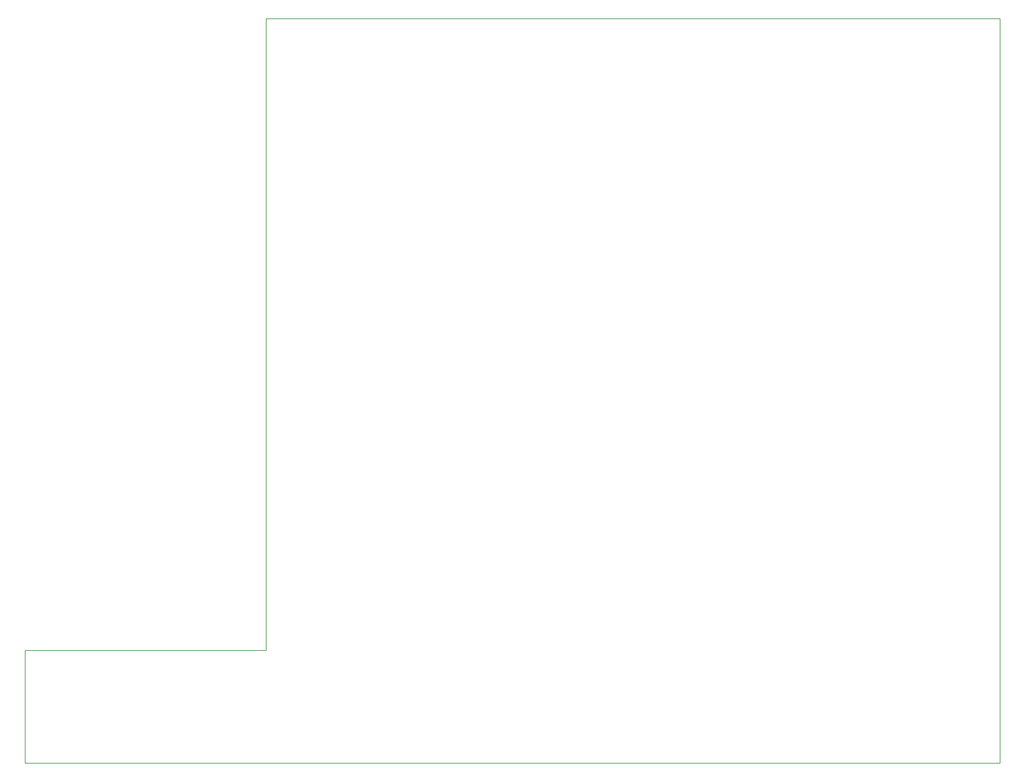
<source format=gm1>
G04 #@! TF.GenerationSoftware,KiCad,Pcbnew,8.0.4*
G04 #@! TF.CreationDate,2025-03-28T19:04:08-04:00*
G04 #@! TF.ProjectId,X17-Power-Slab-Master,5831372d-506f-4776-9572-2d536c61622d,rev?*
G04 #@! TF.SameCoordinates,Original*
G04 #@! TF.FileFunction,Profile,NP*
%FSLAX46Y46*%
G04 Gerber Fmt 4.6, Leading zero omitted, Abs format (unit mm)*
G04 Created by KiCad (PCBNEW 8.0.4) date 2025-03-28 19:04:08*
%MOMM*%
%LPD*%
G01*
G04 APERTURE LIST*
G04 #@! TA.AperFunction,Profile*
%ADD10C,0.050000*%
G04 #@! TD*
G04 APERTURE END LIST*
D10*
X169000000Y-142500000D02*
X169000000Y-43500000D01*
X71500000Y-127500000D02*
X71500000Y-43500000D01*
X71500000Y-43500000D02*
X169000000Y-43500000D01*
X39500000Y-127500000D02*
X39500000Y-142500000D01*
X39500000Y-142500000D02*
X169000000Y-142500000D01*
X39500000Y-127500000D02*
X71500000Y-127500000D01*
M02*

</source>
